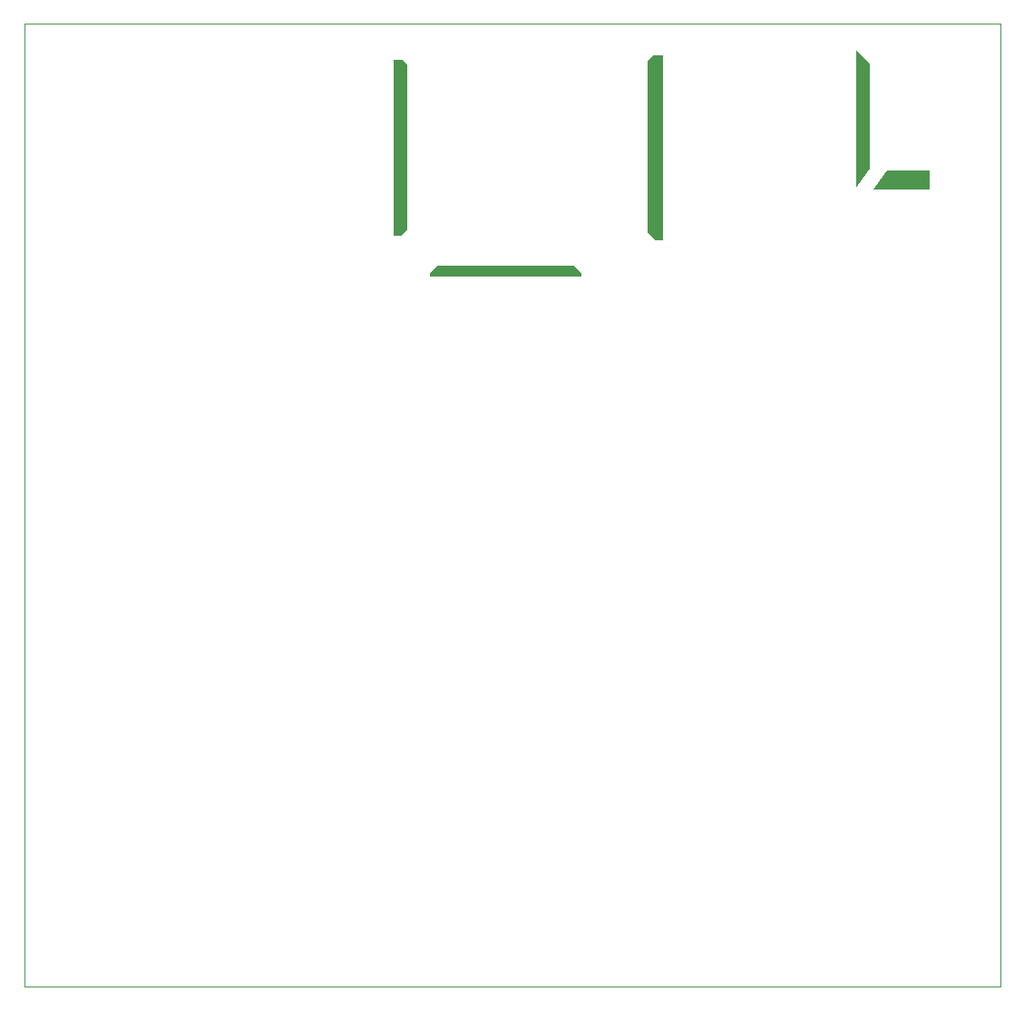
<source format=gbr>
%TF.GenerationSoftware,Altium Limited,Altium Designer,24.3.1 (35)*%
G04 Layer_Color=0*
%FSLAX45Y45*%
%MOMM*%
%TF.SameCoordinates,335D41A4-EFD6-4B0F-B868-2B534B1C8AB3*%
%TF.FilePolarity,Positive*%
%TF.FileFunction,Profile,NP*%
%TF.Part,Single*%
G01*
G75*
%TA.AperFunction,Profile*%
%ADD92C,0.02540*%
G36*
X8356600Y11188700D02*
X8407400Y11239500D01*
X8496300D01*
Y9512300D01*
X8432800D01*
X8356600Y9588500D01*
Y11188700D01*
D02*
G37*
G36*
X10591800Y10160000D02*
X10464800Y9982200D01*
X10985500D01*
Y10160000D01*
X10591800D01*
D02*
G37*
G36*
X6388100Y9271000D02*
X6324600Y9207500D01*
Y9169400D01*
X7734300D01*
Y9207500D01*
X7670800Y9271000D01*
X7645400D01*
X6388100D01*
D02*
G37*
G36*
X10299700Y11287752D02*
X10426700Y11160752D01*
Y10175248D01*
X10299700Y10004682D01*
Y11287752D01*
D02*
G37*
G36*
X5981700Y11195050D02*
X6070600D01*
X6108700Y11156950D01*
Y9607550D01*
X6070600Y9569450D01*
X6057900Y9556750D01*
X5981700D01*
Y11195050D01*
D02*
G37*
D92*
X2540000Y2540000D02*
X11645900D01*
Y11531600D01*
X2540000D01*
Y2540000D01*
%TF.MD5,2e797573a7022a1759504c07b2c65f61*%
M02*

</source>
